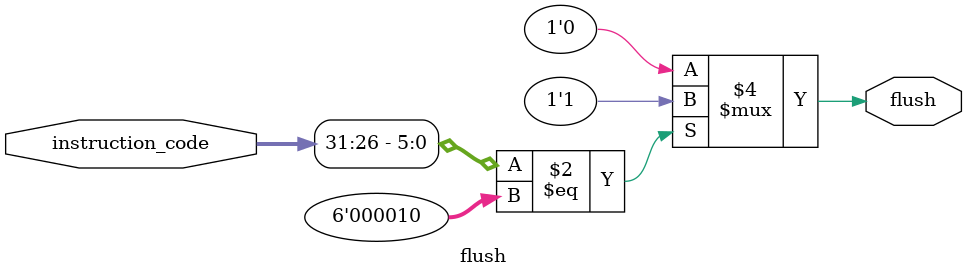
<source format=v>
`timescale 1ns / 1ps


module flush(input [31:0] instruction_code,
output reg flush

    );
    always@(*)begin
    if(instruction_code[31:26]==6'b000010)begin
    flush=1;
    end
    else begin 
    flush=0;
    end
    end
endmodule

</source>
